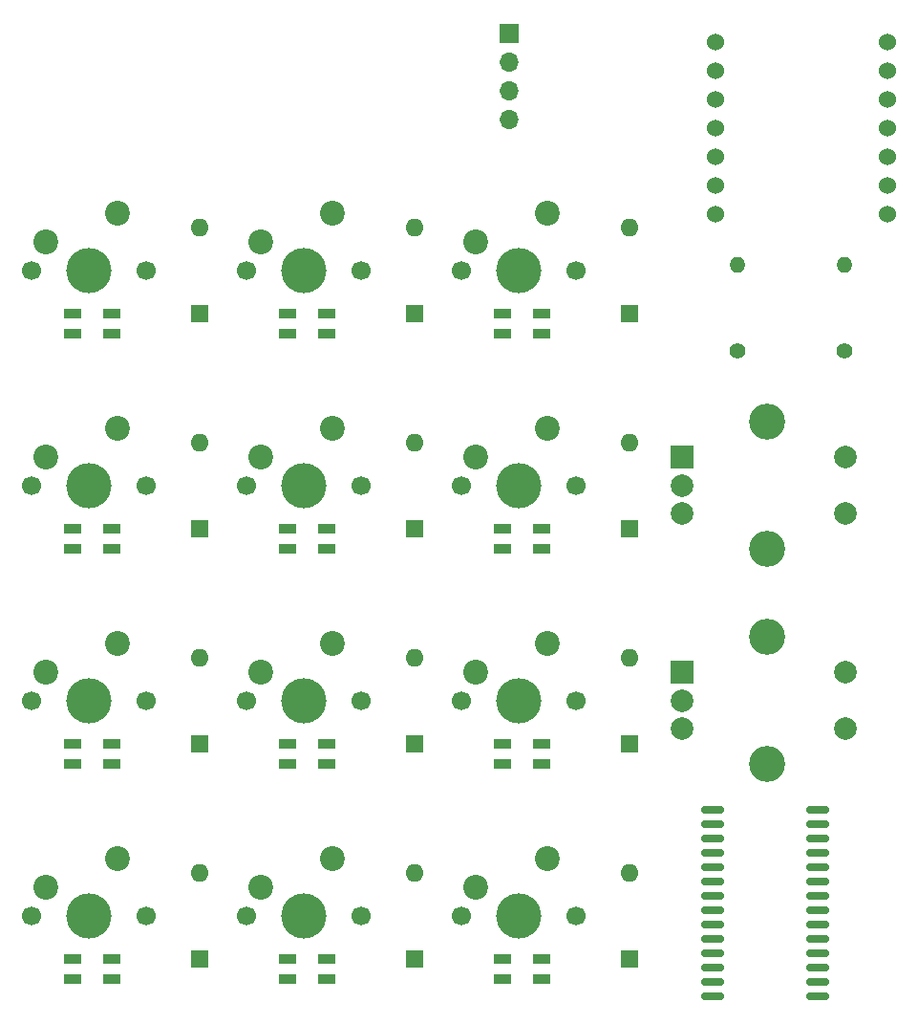
<source format=gbr>
%TF.GenerationSoftware,KiCad,Pcbnew,8.0.8*%
%TF.CreationDate,2025-02-19T23:36:16+01:00*%
%TF.ProjectId,Hackpad2.0,4861636b-7061-4643-922e-302e6b696361,rev?*%
%TF.SameCoordinates,Original*%
%TF.FileFunction,Soldermask,Bot*%
%TF.FilePolarity,Negative*%
%FSLAX46Y46*%
G04 Gerber Fmt 4.6, Leading zero omitted, Abs format (unit mm)*
G04 Created by KiCad (PCBNEW 8.0.8) date 2025-02-19 23:36:16*
%MOMM*%
%LPD*%
G01*
G04 APERTURE LIST*
G04 Aperture macros list*
%AMRoundRect*
0 Rectangle with rounded corners*
0 $1 Rounding radius*
0 $2 $3 $4 $5 $6 $7 $8 $9 X,Y pos of 4 corners*
0 Add a 4 corners polygon primitive as box body*
4,1,4,$2,$3,$4,$5,$6,$7,$8,$9,$2,$3,0*
0 Add four circle primitives for the rounded corners*
1,1,$1+$1,$2,$3*
1,1,$1+$1,$4,$5*
1,1,$1+$1,$6,$7*
1,1,$1+$1,$8,$9*
0 Add four rect primitives between the rounded corners*
20,1,$1+$1,$2,$3,$4,$5,0*
20,1,$1+$1,$4,$5,$6,$7,0*
20,1,$1+$1,$6,$7,$8,$9,0*
20,1,$1+$1,$8,$9,$2,$3,0*%
G04 Aperture macros list end*
%ADD10C,1.700000*%
%ADD11C,4.000000*%
%ADD12C,2.200000*%
%ADD13C,1.400000*%
%ADD14O,1.400000X1.400000*%
%ADD15R,1.700000X1.700000*%
%ADD16O,1.700000X1.700000*%
%ADD17R,2.000000X2.000000*%
%ADD18C,2.000000*%
%ADD19C,3.200000*%
%ADD20C,1.524000*%
%ADD21R,1.600000X1.600000*%
%ADD22O,1.600000X1.600000*%
%ADD23R,1.600000X0.850000*%
%ADD24RoundRect,0.150000X0.875000X0.150000X-0.875000X0.150000X-0.875000X-0.150000X0.875000X-0.150000X0*%
G04 APERTURE END LIST*
D10*
%TO.C,SW12*%
X132715000Y-59531250D03*
D11*
X137795000Y-59531250D03*
D10*
X142875000Y-59531250D03*
D12*
X140335000Y-54451250D03*
X133985000Y-56991250D03*
%TD*%
D10*
%TO.C,SW3*%
X151765000Y-78581250D03*
D11*
X156845000Y-78581250D03*
D10*
X161925000Y-78581250D03*
D12*
X159385000Y-73501250D03*
X153035000Y-76041250D03*
%TD*%
D13*
%TO.C,R1*%
X176212500Y-66675000D03*
D14*
X176212500Y-59055000D03*
%TD*%
D10*
%TO.C,SW7*%
X113665000Y-78581250D03*
D11*
X118745000Y-78581250D03*
D10*
X123825000Y-78581250D03*
D12*
X121285000Y-73501250D03*
X114935000Y-76041250D03*
%TD*%
D10*
%TO.C,SW6*%
X151765000Y-59531250D03*
D11*
X156845000Y-59531250D03*
D10*
X161925000Y-59531250D03*
D12*
X159385000Y-54451250D03*
X153035000Y-56991250D03*
%TD*%
D10*
%TO.C,SW1*%
X132715000Y-116681250D03*
D11*
X137795000Y-116681250D03*
D10*
X142875000Y-116681250D03*
D12*
X140335000Y-111601250D03*
X133985000Y-114141250D03*
%TD*%
D10*
%TO.C,SW9*%
X113665000Y-59531250D03*
D11*
X118745000Y-59531250D03*
D10*
X123825000Y-59531250D03*
D12*
X121285000Y-54451250D03*
X114935000Y-56991250D03*
%TD*%
D10*
%TO.C,SW5*%
X151765000Y-97631250D03*
D11*
X156845000Y-97631250D03*
D10*
X161925000Y-97631250D03*
D12*
X159385000Y-92551250D03*
X153035000Y-95091250D03*
%TD*%
D13*
%TO.C,R2*%
X185737500Y-66675000D03*
D14*
X185737500Y-59055000D03*
%TD*%
D10*
%TO.C,SW10*%
X132715000Y-78581250D03*
D11*
X137795000Y-78581250D03*
D10*
X142875000Y-78581250D03*
D12*
X140335000Y-73501250D03*
X133985000Y-76041250D03*
%TD*%
D10*
%TO.C,SW11*%
X132715000Y-97631250D03*
D11*
X137795000Y-97631250D03*
D10*
X142875000Y-97631250D03*
D12*
X140335000Y-92551250D03*
X133985000Y-95091250D03*
%TD*%
D10*
%TO.C,SW2*%
X151765000Y-116681250D03*
D11*
X156845000Y-116681250D03*
D10*
X161925000Y-116681250D03*
D12*
X159385000Y-111601250D03*
X153035000Y-114141250D03*
%TD*%
D15*
%TO.C,J1*%
X156000000Y-38610000D03*
D16*
X156000000Y-41150000D03*
X156000000Y-43690000D03*
X156000000Y-46230000D03*
%TD*%
D10*
%TO.C,SW4*%
X113665000Y-116681250D03*
D11*
X118745000Y-116681250D03*
D10*
X123825000Y-116681250D03*
D12*
X121285000Y-111601250D03*
X114935000Y-114141250D03*
%TD*%
D17*
%TO.C,SW14*%
X171343750Y-76081250D03*
D18*
X171343750Y-81081250D03*
X171343750Y-78581250D03*
D19*
X178843750Y-72981250D03*
X178843750Y-84181250D03*
D18*
X185843750Y-81081250D03*
X185843750Y-76081250D03*
%TD*%
D17*
%TO.C,SW13*%
X171343750Y-95131250D03*
D18*
X171343750Y-100131250D03*
X171343750Y-97631250D03*
D19*
X178843750Y-92031250D03*
X178843750Y-103231250D03*
D18*
X185843750Y-100131250D03*
X185843750Y-95131250D03*
%TD*%
D20*
%TO.C,U1*%
X174310000Y-39330000D03*
X174310000Y-41870000D03*
X174310000Y-44410000D03*
X174310000Y-46950000D03*
X174310000Y-49490000D03*
X174310000Y-52030000D03*
X174310000Y-54570000D03*
X189550000Y-54570000D03*
X189550000Y-52030000D03*
X189550000Y-49490000D03*
X189550000Y-46950000D03*
X189550000Y-44410000D03*
X189550000Y-41870000D03*
X189550000Y-39330000D03*
%TD*%
D10*
%TO.C,SW8*%
X113665000Y-97631250D03*
D11*
X118745000Y-97631250D03*
D10*
X123825000Y-97631250D03*
D12*
X121285000Y-92551250D03*
X114935000Y-95091250D03*
%TD*%
D21*
%TO.C,D18*%
X166687500Y-120491250D03*
D22*
X166687500Y-112871250D03*
%TD*%
D23*
%TO.C,D2*%
X158912500Y-82468750D03*
X158912500Y-84218750D03*
X155412500Y-84218750D03*
X155412500Y-82468750D03*
%TD*%
D21*
%TO.C,D15*%
X166687500Y-63341250D03*
D22*
X166687500Y-55721250D03*
%TD*%
D21*
%TO.C,D16*%
X128587500Y-82391250D03*
D22*
X128587500Y-74771250D03*
%TD*%
D21*
%TO.C,D21*%
X128587500Y-63341250D03*
D22*
X128587500Y-55721250D03*
%TD*%
D21*
%TO.C,D17*%
X147637500Y-120491250D03*
D22*
X147637500Y-112871250D03*
%TD*%
D21*
%TO.C,D22*%
X147637500Y-82391250D03*
D22*
X147637500Y-74771250D03*
%TD*%
D24*
%TO.C,U2*%
X183356250Y-107315000D03*
X183356250Y-108585000D03*
X183356250Y-109855000D03*
X183356250Y-111125000D03*
X183356250Y-112395000D03*
X183356250Y-113665000D03*
X183356250Y-114935000D03*
X183356250Y-116205000D03*
X183356250Y-117475000D03*
X183356250Y-118745000D03*
X183356250Y-120015000D03*
X183356250Y-121285000D03*
X183356250Y-122555000D03*
X183356250Y-123825000D03*
X174056250Y-123825000D03*
X174056250Y-122555000D03*
X174056250Y-121285000D03*
X174056250Y-120015000D03*
X174056250Y-118745000D03*
X174056250Y-117475000D03*
X174056250Y-116205000D03*
X174056250Y-114935000D03*
X174056250Y-113665000D03*
X174056250Y-112395000D03*
X174056250Y-111125000D03*
X174056250Y-109855000D03*
X174056250Y-108585000D03*
X174056250Y-107315000D03*
%TD*%
D21*
%TO.C,D20*%
X128587500Y-120491250D03*
D22*
X128587500Y-112871250D03*
%TD*%
D23*
%TO.C,D4*%
X120812500Y-82468750D03*
X120812500Y-84218750D03*
X117312500Y-84218750D03*
X117312500Y-82468750D03*
%TD*%
%TO.C,D14*%
X139862500Y-101518750D03*
X139862500Y-103268750D03*
X136362500Y-103268750D03*
X136362500Y-101518750D03*
%TD*%
%TO.C,D1*%
X120812500Y-101518750D03*
X120812500Y-103268750D03*
X117312500Y-103268750D03*
X117312500Y-101518750D03*
%TD*%
D21*
%TO.C,D23*%
X147637500Y-101441250D03*
D22*
X147637500Y-93821250D03*
%TD*%
D23*
%TO.C,D10*%
X158912500Y-120568750D03*
X158912500Y-122318750D03*
X155412500Y-122318750D03*
X155412500Y-120568750D03*
%TD*%
%TO.C,D13*%
X158912500Y-101518750D03*
X158912500Y-103268750D03*
X155412500Y-103268750D03*
X155412500Y-101518750D03*
%TD*%
D21*
%TO.C,D8*%
X166687500Y-82391250D03*
D22*
X166687500Y-74771250D03*
%TD*%
D21*
%TO.C,D9*%
X166687500Y-101441250D03*
D22*
X166687500Y-93821250D03*
%TD*%
D23*
%TO.C,D11*%
X139862500Y-120568750D03*
X139862500Y-122318750D03*
X136362500Y-122318750D03*
X136362500Y-120568750D03*
%TD*%
%TO.C,D6*%
X139862500Y-63418750D03*
X139862500Y-65168750D03*
X136362500Y-65168750D03*
X136362500Y-63418750D03*
%TD*%
%TO.C,D5*%
X120812500Y-63418750D03*
X120812500Y-65168750D03*
X117312500Y-65168750D03*
X117312500Y-63418750D03*
%TD*%
D21*
%TO.C,D24*%
X147637500Y-63341250D03*
D22*
X147637500Y-55721250D03*
%TD*%
D23*
%TO.C,D7*%
X158912500Y-63418750D03*
X158912500Y-65168750D03*
X155412500Y-65168750D03*
X155412500Y-63418750D03*
%TD*%
%TO.C,D3*%
X139862500Y-82468750D03*
X139862500Y-84218750D03*
X136362500Y-84218750D03*
X136362500Y-82468750D03*
%TD*%
D21*
%TO.C,D19*%
X128587500Y-101441250D03*
D22*
X128587500Y-93821250D03*
%TD*%
D23*
%TO.C,D12*%
X120812500Y-120568750D03*
X120812500Y-122318750D03*
X117312500Y-122318750D03*
X117312500Y-120568750D03*
%TD*%
M02*

</source>
